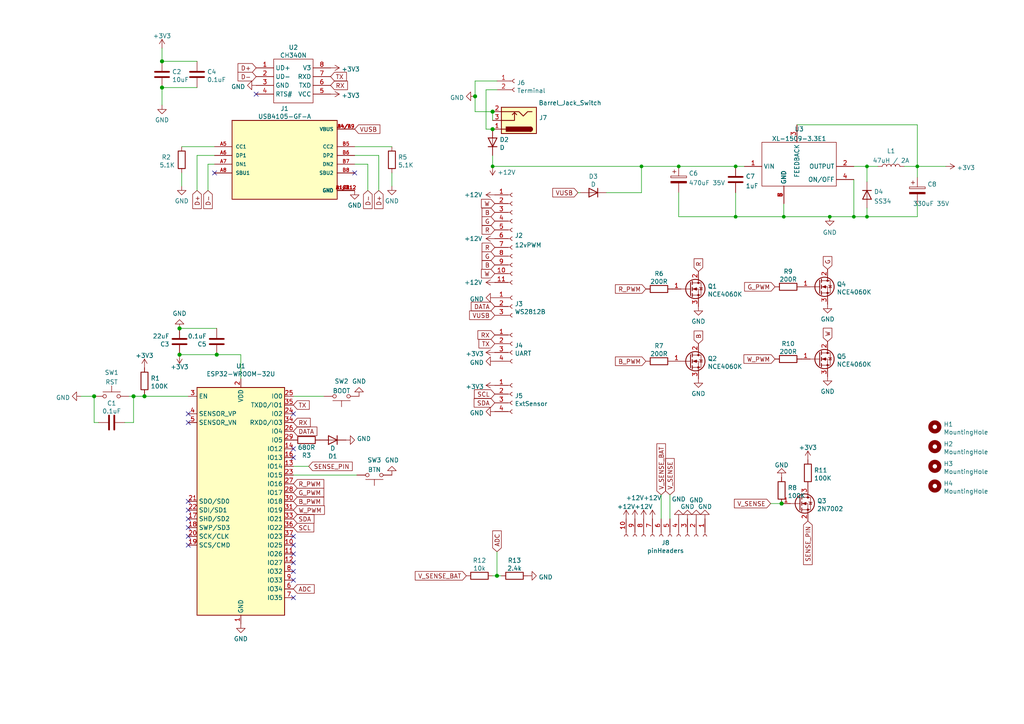
<source format=kicad_sch>
(kicad_sch (version 20211123) (generator eeschema)
  (paper "A4")
  (lib_symbols
    (symbol "Connector:Barrel_Jack_Switch" (pin_names hide)
      (property "Reference" "J" (at 0 5.334 0))
      (property "Value" "Barrel_Jack_Switch" (at 0 -5.08 0))
      (symbol "Barrel_Jack_Switch_1_1"
        (pin passive line (at 7.62 2.54 180) (length 2.54) (name "~") (number "1"))
        (pin passive line (at 7.62 -2.54 180) (length 2.54) (name "~") (number "2"))
        (pin passive line (at 7.62 0 180) (length 2.54) (name "~") (number "3"))
      )
    )
    (symbol "Connector:Conn_01x02_Female" (pin_names (offset 1.016) hide)
      (property "Reference" "J" (at 0 2.54 0))
      (property "Value" "Conn_01x02_Female" (at 0 -5.08 0))
      (symbol "Conn_01x02_Female_1_1"
        (pin passive line (at -5.08 0 0) (length 3.81) (name "Pin_1") (number "1"))
        (pin passive line (at -5.08 -2.54 0) (length 3.81) (name "Pin_2") (number "2"))
      )
    )
    (symbol "Connector:Conn_01x03_Female" (pin_names (offset 1.016) hide)
      (property "Reference" "J" (at 0 5.08 0))
      (property "Value" "Conn_01x03_Female" (at 0 -5.08 0))
      (symbol "Conn_01x03_Female_1_1"
        (pin passive line (at -5.08 2.54 0) (length 3.81) (name "Pin_1") (number "1"))
        (pin passive line (at -5.08 0 0) (length 3.81) (name "Pin_2") (number "2"))
        (pin passive line (at -5.08 -2.54 0) (length 3.81) (name "Pin_3") (number "3"))
      )
    )
    (symbol "Connector:Conn_01x04_Female" (pin_names (offset 1.016) hide)
      (property "Reference" "J" (at 0 5.08 0))
      (property "Value" "Conn_01x04_Female" (at 0 -7.62 0))
      (symbol "Conn_01x04_Female_1_1"
        (pin passive line (at -5.08 2.54 0) (length 3.81) (name "Pin_1") (number "1"))
        (pin passive line (at -5.08 0 0) (length 3.81) (name "Pin_2") (number "2"))
        (pin passive line (at -5.08 -2.54 0) (length 3.81) (name "Pin_3") (number "3"))
        (pin passive line (at -5.08 -5.08 0) (length 3.81) (name "Pin_4") (number "4"))
      )
    )
    (symbol "Connector:Conn_01x10_Female" (pin_names (offset 1.016) hide)
      (property "Reference" "J" (at 0 12.7 0))
      (property "Value" "Conn_01x10_Female" (at 0 -15.24 0))
      (symbol "Conn_01x10_Female_1_1"
        (pin passive line (at -5.08 10.16 0) (length 3.81) (name "Pin_1") (number "1"))
        (pin passive line (at -5.08 -12.7 0) (length 3.81) (name "Pin_10") (number "10"))
        (pin passive line (at -5.08 7.62 0) (length 3.81) (name "Pin_2") (number "2"))
        (pin passive line (at -5.08 5.08 0) (length 3.81) (name "Pin_3") (number "3"))
        (pin passive line (at -5.08 2.54 0) (length 3.81) (name "Pin_4") (number "4"))
        (pin passive line (at -5.08 0 0) (length 3.81) (name "Pin_5") (number "5"))
        (pin passive line (at -5.08 -2.54 0) (length 3.81) (name "Pin_6") (number "6"))
        (pin passive line (at -5.08 -5.08 0) (length 3.81) (name "Pin_7") (number "7"))
        (pin passive line (at -5.08 -7.62 0) (length 3.81) (name "Pin_8") (number "8"))
        (pin passive line (at -5.08 -10.16 0) (length 3.81) (name "Pin_9") (number "9"))
      )
    )
    (symbol "Connector:Conn_01x11_Female" (pin_names (offset 1.016) hide)
      (property "Reference" "J" (at 0 15.24 0))
      (property "Value" "Conn_01x11_Female" (at 0 -15.24 0))
      (symbol "Conn_01x11_Female_1_1"
        (pin passive line (at -5.08 12.7 0) (length 3.81) (name "Pin_1") (number "1"))
        (pin passive line (at -5.08 -10.16 0) (length 3.81) (name "Pin_10") (number "10"))
        (pin passive line (at -5.08 -12.7 0) (length 3.81) (name "Pin_11") (number "11"))
        (pin passive line (at -5.08 10.16 0) (length 3.81) (name "Pin_2") (number "2"))
        (pin passive line (at -5.08 7.62 0) (length 3.81) (name "Pin_3") (number "3"))
        (pin passive line (at -5.08 5.08 0) (length 3.81) (name "Pin_4") (number "4"))
        (pin passive line (at -5.08 2.54 0) (length 3.81) (name "Pin_5") (number "5"))
        (pin passive line (at -5.08 0 0) (length 3.81) (name "Pin_6") (number "6"))
        (pin passive line (at -5.08 -2.54 0) (length 3.81) (name "Pin_7") (number "7"))
        (pin passive line (at -5.08 -5.08 0) (length 3.81) (name "Pin_8") (number "8"))
        (pin passive line (at -5.08 -7.62 0) (length 3.81) (name "Pin_9") (number "9"))
      )
    )
    (symbol "Device:C" (pin_numbers hide) (pin_names (offset 0.254))
      (property "Reference" "C" (at 0.635 2.54 0))
      (property "Value" "C" (at 0.635 -2.54 0))
      (symbol "C_1_1"
        (pin passive line (at 0 3.81 270) (length 2.794) (name "~") (number "1"))
        (pin passive line (at 0 -3.81 90) (length 2.794) (name "~") (number "2"))
      )
    )
    (symbol "Device:C_Polarized" (pin_numbers hide) (pin_names (offset 0.254))
      (property "Reference" "C" (at 0.635 2.54 0))
      (property "Value" "C_Polarized" (at 0.635 -2.54 0))
      (symbol "C_Polarized_1_1"
        (pin passive line (at 0 3.81 270) (length 2.794) (name "~") (number "1"))
        (pin passive line (at 0 -3.81 90) (length 2.794) (name "~") (number "2"))
      )
    )
    (symbol "Device:D" (pin_numbers hide) (pin_names (offset 1.016) hide)
      (property "Reference" "D" (at 0 2.54 0))
      (property "Value" "D" (at 0 -2.54 0))
      (symbol "D_1_1"
        (pin passive line (at -3.81 0 0) (length 2.54) (name "K") (number "1"))
        (pin passive line (at 3.81 0 180) (length 2.54) (name "A") (number "2"))
      )
    )
    (symbol "Device:L" (pin_numbers hide) (pin_names (offset 1.016) hide)
      (property "Reference" "L" (at -1.27 0 90))
      (property "Value" "L" (at 1.905 0 90))
      (symbol "L_1_1"
        (pin passive line (at 0 3.81 270) (length 1.27) (name "1") (number "1"))
        (pin passive line (at 0 -3.81 90) (length 1.27) (name "2") (number "2"))
      )
    )
    (symbol "Device:Q_NMOS_GDS" (pin_names (offset 0) hide)
      (property "Reference" "Q" (at 5.08 1.27 0))
      (property "Value" "Q_NMOS_GDS" (at 5.08 -1.27 0))
      (symbol "Q_NMOS_GDS_1_1"
        (pin input line (at -5.08 0 0) (length 2.54) (name "G") (number "1"))
        (pin passive line (at 2.54 5.08 270) (length 2.54) (name "D") (number "2"))
        (pin passive line (at 2.54 -5.08 90) (length 2.54) (name "S") (number "3"))
      )
    )
    (symbol "Device:Q_NMOS_GSD" (pin_names (offset 0) hide)
      (property "Reference" "Q" (at 5.08 1.27 0))
      (property "Value" "Q_NMOS_GSD" (at 5.08 -1.27 0))
      (symbol "Q_NMOS_GSD_1_1"
        (pin input line (at -5.08 0 0) (length 2.54) (name "G") (number "1"))
        (pin passive line (at 2.54 -5.08 90) (length 2.54) (name "S") (number "2"))
        (pin passive line (at 2.54 5.08 270) (length 2.54) (name "D") (number "3"))
      )
    )
    (symbol "Device:R" (pin_numbers hide) (pin_names (offset 0))
      (property "Reference" "R" (at 2.032 0 90))
      (property "Value" "R" (at 0 0 90))
      (symbol "R_1_1"
        (pin passive line (at 0 3.81 270) (length 1.27) (name "~") (number "1"))
        (pin passive line (at 0 -3.81 90) (length 1.27) (name "~") (number "2"))
      )
    )
    (symbol "Interface_USB:CH340N"
      (property "Reference" "U" (at 0 3.81 0))
      (property "Value" "CH340N" (at 0 1.27 0))
      (symbol "CH340N_1_1"
        (pin input line (at -11.43 -2.54 0) (length 5.08) (name "UD+") (number "1"))
        (pin input line (at -11.43 -5.08 0) (length 5.08) (name "UD-") (number "2"))
        (pin input line (at -11.43 -7.62 0) (length 5.08) (name "GND") (number "3"))
        (pin input line (at -11.43 -10.16 0) (length 5.08) (name "RTS#") (number "4"))
        (pin input line (at 10.16 -10.16 180) (length 5.08) (name "VCC") (number "5"))
        (pin input line (at 10.16 -7.62 180) (length 5.08) (name "TXD") (number "6"))
        (pin input line (at 10.16 -5.08 180) (length 5.08) (name "RXD") (number "7"))
        (pin input line (at 10.16 -2.54 180) (length 5.08) (name "V3") (number "8"))
      )
    )
    (symbol "Mechanical:MountingHole" (pin_names (offset 1.016))
      (property "Reference" "H" (at 0 5.08 0))
      (property "Value" "MountingHole" (at 0 3.175 0))
    )
    (symbol "RF_Module:ESP32-WROOM-32U"
      (property "Reference" "U" (at -12.7 34.29 0))
      (property "Value" "ESP32-WROOM-32U" (at 1.27 34.29 0))
      (symbol "ESP32-WROOM-32U_1_1"
        (pin power_in line (at 0 -35.56 90) (length 2.54) (name "GND") (number "1"))
        (pin bidirectional line (at 15.24 -12.7 180) (length 2.54) (name "IO25") (number "10"))
        (pin bidirectional line (at 15.24 -15.24 180) (length 2.54) (name "IO26") (number "11"))
        (pin bidirectional line (at 15.24 -17.78 180) (length 2.54) (name "IO27") (number "12"))
        (pin bidirectional line (at 15.24 10.16 180) (length 2.54) (name "IO14") (number "13"))
        (pin bidirectional line (at 15.24 15.24 180) (length 2.54) (name "IO12") (number "14"))
        (pin passive line (at 0 -35.56 90) (length 2.54) hide (name "GND") (number "15"))
        (pin bidirectional line (at 15.24 12.7 180) (length 2.54) (name "IO13") (number "16"))
        (pin bidirectional line (at -15.24 -5.08 0) (length 2.54) (name "SHD/SD2") (number "17"))
        (pin bidirectional line (at -15.24 -7.62 0) (length 2.54) (name "SWP/SD3") (number "18"))
        (pin bidirectional line (at -15.24 -12.7 0) (length 2.54) (name "SCS/CMD") (number "19"))
        (pin power_in line (at 0 35.56 270) (length 2.54) (name "VDD") (number "2"))
        (pin bidirectional line (at -15.24 -10.16 0) (length 2.54) (name "SCK/CLK") (number "20"))
        (pin bidirectional line (at -15.24 0 0) (length 2.54) (name "SDO/SD0") (number "21"))
        (pin bidirectional line (at -15.24 -2.54 0) (length 2.54) (name "SDI/SD1") (number "22"))
        (pin bidirectional line (at 15.24 7.62 180) (length 2.54) (name "IO15") (number "23"))
        (pin bidirectional line (at 15.24 25.4 180) (length 2.54) (name "IO2") (number "24"))
        (pin bidirectional line (at 15.24 30.48 180) (length 2.54) (name "IO0") (number "25"))
        (pin bidirectional line (at 15.24 20.32 180) (length 2.54) (name "IO4") (number "26"))
        (pin bidirectional line (at 15.24 5.08 180) (length 2.54) (name "IO16") (number "27"))
        (pin bidirectional line (at 15.24 2.54 180) (length 2.54) (name "IO17") (number "28"))
        (pin bidirectional line (at 15.24 17.78 180) (length 2.54) (name "IO5") (number "29"))
        (pin input line (at -15.24 30.48 0) (length 2.54) (name "EN") (number "3"))
        (pin bidirectional line (at 15.24 0 180) (length 2.54) (name "IO18") (number "30"))
        (pin bidirectional line (at 15.24 -2.54 180) (length 2.54) (name "IO19") (number "31"))
        (pin no_connect line (at -12.7 -27.94 0) (length 2.54) hide (name "NC") (number "32"))
        (pin bidirectional line (at 15.24 -5.08 180) (length 2.54) (name "IO21") (number "33"))
        (pin bidirectional line (at 15.24 22.86 180) (length 2.54) (name "RXD0/IO3") (number "34"))
        (pin bidirectional line (at 15.24 27.94 180) (length 2.54) (name "TXD0/IO1") (number "35"))
        (pin bidirectional line (at 15.24 -7.62 180) (length 2.54) (name "IO22") (number "36"))
        (pin bidirectional line (at 15.24 -10.16 180) (length 2.54) (name "IO23") (number "37"))
        (pin passive line (at 0 -35.56 90) (length 2.54) hide (name "GND") (number "38"))
        (pin passive line (at 0 -35.56 90) (length 2.54) hide (name "GND") (number "39"))
        (pin input line (at -15.24 25.4 0) (length 2.54) (name "SENSOR_VP") (number "4"))
        (pin input line (at -15.24 22.86 0) (length 2.54) (name "SENSOR_VN") (number "5"))
        (pin input line (at 15.24 -25.4 180) (length 2.54) (name "IO34") (number "6"))
        (pin input line (at 15.24 -27.94 180) (length 2.54) (name "IO35") (number "7"))
        (pin bidirectional line (at 15.24 -20.32 180) (length 2.54) (name "IO32") (number "8"))
        (pin bidirectional line (at 15.24 -22.86 180) (length 2.54) (name "IO33") (number "9"))
      )
    )
    (symbol "Regulator_Switching:XL-1509-3.3E1"
      (property "Reference" "U" (at 0 0 0))
      (property "Value" "XL-1509-3.3E1" (at 9.525 0 0))
      (symbol "XL-1509-3.3E1_1_1"
        (pin input line (at -13.97 -3.81 0) (length 5.08) (name "VIN") (number "1"))
        (pin output line (at 17.78 -3.81 180) (length 5.08) (name "OUTPUT") (number "2"))
        (pin input line (at 1.27 8.255 270) (length 5.08) (name "FEEDBACK") (number "3"))
        (pin input line (at 17.78 -7.62 180) (length 5.08) (name "ON/OFF") (number "4"))
        (pin bidirectional line (at -2.54 -14.605 90) (length 5.08) (name "GND") (number "5"))
        (pin bidirectional line (at -2.54 -14.605 90) (length 5.08) (name "GND") (number "6"))
        (pin bidirectional line (at -2.54 -14.605 90) (length 5.08) (name "GND") (number "7"))
        (pin bidirectional line (at -2.54 -14.605 90) (length 5.08) (name "GND") (number "8"))
      )
    )
    (symbol "Switch:SW_Push" (pin_numbers hide) (pin_names (offset 1.016) hide)
      (property "Reference" "SW" (at 1.27 2.54 0))
      (property "Value" "SW_Push" (at 0 -1.524 0))
      (symbol "SW_Push_0_1"
        (pin passive line (at -5.08 0 0) (length 2.54) (name "1") (number "1"))
        (pin passive line (at 5.08 0 180) (length 2.54) (name "2") (number "2"))
      )
    )
    (symbol "USB4105-GF-A:USB4105-GF-A" (pin_names (offset 1.016))
      (property "Reference" "J" (at -15.24 13.97 0))
      (property "Value" "USB4105-GF-A" (at -15.24 -12.7 0))
      (symbol "USB4105-GF-A_0_0"
        (pin power_in line (at 20.32 -7.62 180) (length 5.08) (name "GND") (number "A1/B12"))
        (pin power_in line (at 20.32 10.16 180) (length 5.08) (name "VBUS") (number "A4/B9"))
        (pin bidirectional line (at -20.32 5.08 0) (length 5.08) (name "CC1") (number "A5"))
        (pin bidirectional line (at -20.32 2.54 0) (length 5.08) (name "DP1") (number "A6"))
        (pin bidirectional line (at -20.32 0 0) (length 5.08) (name "DN1") (number "A7"))
        (pin bidirectional line (at -20.32 -2.54 0) (length 5.08) (name "SBU1") (number "A8"))
        (pin power_in line (at 20.32 -7.62 180) (length 5.08) (name "GND") (number "B1/A12"))
        (pin power_in line (at 20.32 10.16 180) (length 5.08) (name "VBUS") (number "B4/A9"))
        (pin bidirectional line (at 20.32 5.08 180) (length 5.08) (name "CC2") (number "B5"))
        (pin bidirectional line (at 20.32 2.54 180) (length 5.08) (name "DP2") (number "B6"))
        (pin bidirectional line (at 20.32 0 180) (length 5.08) (name "DN2") (number "B7"))
        (pin bidirectional line (at 20.32 -2.54 180) (length 5.08) (name "SBU2") (number "B8"))
        (pin power_in line (at 20.32 -7.62 180) (length 5.08) (name "GND") (number "G1"))
        (pin power_in line (at 20.32 -7.62 180) (length 5.08) (name "GND") (number "G2"))
        (pin power_in line (at 20.32 -7.62 180) (length 5.08) (name "GND") (number "G3"))
        (pin power_in line (at 20.32 -7.62 180) (length 5.08) (name "GND") (number "G4"))
      )
    )
    (symbol "power:+12V" (power) (pin_names (offset 0))
      (property "Value" "+12V" (at 0 3.556 0))
      (symbol "+12V_1_1"
        (pin power_in line (at 0 0 90) (length 0) hide (name "+12V") (number "1"))
      )
    )
    (symbol "power:+3.3V" (power) (pin_names (offset 0))
      (property "Value" "+3.3V" (at 0 3.556 0))
      (symbol "+3.3V_1_1"
        (pin power_in line (at 0 0 90) (length 0) hide (name "+3V3") (number "1"))
      )
    )
    (symbol "power:GND" (power) (pin_names (offset 0))
      (property "Value" "GND" (at 0 -3.81 0))
      (symbol "GND_1_1"
        (pin power_in line (at 0 0 270) (length 0) hide (name "GND") (number "1"))
      )
    )
  )
  (junction (at 27.305 114.935) (diameter 1.016))
  (junction (at 41.91 114.935) (diameter 1.016))
  (junction (at 52.07 102.87) (diameter 1.016))
  (junction (at 266.065 48.26))
  (junction (at 196.85 48.26))
  (junction (at 213.36 62.865))
  (junction (at 251.46 48.26))
  (junction (at 186.055 48.26))
  (junction (at 137.795 27.94) (diameter 1.016))
  (junction (at 38.735 114.935) (diameter 1.016))
  (junction (at 52.07 95.25) (diameter 1.016))
  (junction (at 213.36 48.26))
  (junction (at 46.99 25.4) (diameter 1.016))
  (junction (at 46.99 17.78) (diameter 1.016))
  (junction (at 142.875 37.465) (diameter 1.016))
  (junction (at 142.875 48.26))
  (junction (at 226.695 146.05) (diameter 1.016))
  (junction (at 247.65 62.865))
  (junction (at 251.46 62.865))
  (junction (at 227.33 62.865))
  (junction (at 62.865 102.87) (diameter 1.016))
  (junction (at 240.665 62.865))
  (junction (at 144.145 167.005) (diameter 1.016))
  (junction (at 142.875 32.385) (diameter 1.016))
  (no_connect (at 102.87 50.165))
  (no_connect (at 85.09 165.735))
  (no_connect (at 62.23 50.165))
  (no_connect (at 85.09 155.575))
  (no_connect (at 74.295 27.305))
  (no_connect (at 85.09 120.015))
  (no_connect (at 85.09 132.715))
  (no_connect (at 85.09 158.115))
  (no_connect (at 85.09 160.655))
  (no_connect (at 85.09 163.195))
  (no_connect (at 85.09 168.275))
  (no_connect (at 85.09 173.355))
  (no_connect (at 85.09 130.175))
  (no_connect (at 54.61 120.015))
  (no_connect (at 54.61 122.555))
  (no_connect (at 54.61 145.415))
  (no_connect (at 54.61 147.955))
  (no_connect (at 54.61 150.495))
  (no_connect (at 54.61 153.035))
  (no_connect (at 54.61 155.575))
  (no_connect (at 54.61 158.115))
  (wire (pts (xy 37.465 114.935) (xy 38.735 114.935)))
  (wire (pts (xy 227.33 59.055) (xy 227.33 62.865)))
  (wire (pts (xy 27.305 122.555) (xy 28.575 122.555)))
  (wire (pts (xy 231.14 36.195) (xy 266.065 36.195)))
  (wire (pts (xy 144.145 160.02) (xy 144.145 167.005)))
  (wire (pts (xy 106.68 47.625) (xy 106.68 55.245)))
  (wire (pts (xy 46.99 25.4) (xy 57.15 25.4)))
  (wire (pts (xy 137.795 23.495) (xy 137.795 27.94)))
  (wire (pts (xy 175.895 55.88) (xy 186.055 55.88)))
  (wire (pts (xy 60.325 55.245) (xy 60.325 47.625)))
  (wire (pts (xy 142.875 32.385) (xy 142.875 34.925)))
  (wire (pts (xy 52.705 42.545) (xy 62.23 42.545)))
  (wire (pts (xy 262.255 48.26) (xy 266.065 48.26)))
  (wire (pts (xy 38.735 122.555) (xy 38.735 114.935)))
  (wire (pts (xy 102.87 45.085) (xy 109.855 45.085)))
  (wire (pts (xy 251.46 48.26) (xy 251.46 52.705)))
  (wire (pts (xy 137.795 23.495) (xy 144.145 23.495)))
  (wire (pts (xy 186.055 48.26) (xy 196.85 48.26)))
  (wire (pts (xy 62.865 102.87) (xy 52.07 102.87)))
  (wire (pts (xy 227.33 62.865) (xy 240.665 62.865)))
  (wire (pts (xy 213.36 55.88) (xy 213.36 62.865)))
  (wire (pts (xy 113.665 50.165) (xy 113.665 53.975)))
  (wire (pts (xy 266.065 62.865) (xy 266.065 59.055)))
  (wire (pts (xy 140.97 26.035) (xy 140.97 37.465)))
  (wire (pts (xy 46.99 25.4) (xy 46.99 30.48)))
  (wire (pts (xy 52.705 50.165) (xy 52.705 53.975)))
  (wire (pts (xy 41.91 114.3) (xy 41.91 114.935)))
  (wire (pts (xy 85.09 135.255) (xy 89.535 135.255)))
  (wire (pts (xy 85.09 137.795) (xy 103.505 137.795)))
  (wire (pts (xy 251.46 48.26) (xy 254.635 48.26)))
  (wire (pts (xy 62.23 45.085) (xy 57.15 45.085)))
  (wire (pts (xy 213.36 62.865) (xy 227.33 62.865)))
  (wire (pts (xy 41.91 114.935) (xy 54.61 114.935)))
  (wire (pts (xy 23.495 114.935) (xy 27.305 114.935)))
  (wire (pts (xy 137.795 32.385) (xy 142.875 32.385)))
  (wire (pts (xy 46.99 13.97) (xy 46.99 17.78)))
  (wire (pts (xy 60.325 47.625) (xy 62.23 47.625)))
  (wire (pts (xy 109.855 45.085) (xy 109.855 55.245)))
  (wire (pts (xy 102.87 42.545) (xy 113.665 42.545)))
  (wire (pts (xy 27.305 114.935) (xy 27.305 122.555)))
  (wire (pts (xy 194.31 143.51) (xy 194.31 150.495)))
  (wire (pts (xy 142.875 48.26) (xy 186.055 48.26)))
  (wire (pts (xy 191.77 143.51) (xy 191.77 150.495)))
  (wire (pts (xy 36.195 122.555) (xy 38.735 122.555)))
  (wire (pts (xy 142.875 45.085) (xy 142.875 48.26)))
  (wire (pts (xy 137.795 27.94) (xy 137.795 32.385)))
  (wire (pts (xy 196.85 55.88) (xy 196.85 62.865)))
  (wire (pts (xy 69.85 102.87) (xy 69.85 109.855)))
  (wire (pts (xy 223.52 146.05) (xy 226.695 146.05)))
  (wire (pts (xy 62.865 95.25) (xy 52.07 95.25)))
  (wire (pts (xy 69.85 102.87) (xy 62.865 102.87)))
  (wire (pts (xy 85.09 114.935) (xy 93.98 114.935)))
  (wire (pts (xy 213.36 48.26) (xy 215.9 48.26)))
  (wire (pts (xy 102.87 47.625) (xy 106.68 47.625)))
  (wire (pts (xy 38.735 114.935) (xy 41.91 114.935)))
  (wire (pts (xy 196.85 48.26) (xy 213.36 48.26)))
  (wire (pts (xy 140.97 26.035) (xy 144.145 26.035)))
  (wire (pts (xy 142.875 167.005) (xy 144.145 167.005)))
  (wire (pts (xy 144.145 167.005) (xy 145.415 167.005)))
  (wire (pts (xy 46.99 17.78) (xy 57.15 17.78)))
  (wire (pts (xy 196.85 62.865) (xy 213.36 62.865)))
  (wire (pts (xy 266.065 48.26) (xy 266.065 51.435)))
  (wire (pts (xy 251.46 62.865) (xy 266.065 62.865)))
  (wire (pts (xy 247.65 62.865) (xy 251.46 62.865)))
  (wire (pts (xy 186.055 55.88) (xy 186.055 48.26)))
  (wire (pts (xy 140.97 37.465) (xy 142.875 37.465)))
  (wire (pts (xy 167.64 55.88) (xy 168.275 55.88)))
  (wire (pts (xy 240.665 62.865) (xy 247.65 62.865)))
  (wire (pts (xy 247.65 48.26) (xy 251.46 48.26)))
  (wire (pts (xy 266.065 36.195) (xy 266.065 48.26)))
  (wire (pts (xy 251.46 62.865) (xy 251.46 60.325)))
  (wire (pts (xy 247.65 52.07) (xy 247.65 62.865)))
  (wire (pts (xy 266.065 48.26) (xy 274.32 48.26)))
  (wire (pts (xy 57.15 45.085) (xy 57.15 55.245)))
  (global_label "D-" (shape input) (at 74.295 22.225 180) (property "Intersheet References" "${INTERSHEET_REFS}" (effects hide)))
  (global_label "SENSE_PIN" (shape input) (at 234.315 151.13 270) (property "Intersheet References" "${INTERSHEET_REFS}" (effects hide)))
  (global_label "B" (shape input) (at 143.51 61.595 180) (property "Intersheet References" "${INTERSHEET_REFS}" (effects hide)))
  (global_label "W" (shape input) (at 240.03 99.06 90) (property "Intersheet References" "${INTERSHEET_REFS}" (effects hide)))
  (global_label "D+" (shape input) (at 74.295 19.685 180) (property "Intersheet References" "${INTERSHEET_REFS}" (effects hide)))
  (global_label "SDA" (shape input) (at 143.51 116.84 180) (property "Intersheet References" "${INTERSHEET_REFS}" (effects hide)))
  (global_label "B" (shape input) (at 202.565 99.695 90) (property "Intersheet References" "${INTERSHEET_REFS}" (effects hide)))
  (global_label "G" (shape input) (at 143.51 74.295 180) (property "Intersheet References" "${INTERSHEET_REFS}" (effects hide)))
  (global_label "W" (shape input) (at 143.51 59.055 180) (property "Intersheet References" "${INTERSHEET_REFS}" (effects hide)))
  (global_label "DATA" (shape input) (at 143.51 88.9 180) (property "Intersheet References" "${INTERSHEET_REFS}" (effects hide)))
  (global_label "G_PWM" (shape input) (at 224.79 83.185 180) (property "Intersheet References" "${INTERSHEET_REFS}" (effects hide)))
  (global_label "D+" (shape input) (at 57.15 55.245 270) (property "Intersheet References" "${INTERSHEET_REFS}" (effects hide)))
  (global_label "W" (shape input) (at 143.51 79.375 180) (property "Intersheet References" "${INTERSHEET_REFS}" (effects hide)))
  (global_label "SDA" (shape input) (at 85.09 150.495 0) (property "Intersheet References" "${INTERSHEET_REFS}" (effects hide)))
  (global_label "TX" (shape input) (at 95.885 22.225 0) (property "Intersheet References" "${INTERSHEET_REFS}" (effects hide)))
  (global_label "VUSB" (shape input) (at 102.87 37.465 0) (property "Intersheet References" "${INTERSHEET_REFS}" (effects hide)))
  (global_label "V_SENSE" (shape input) (at 223.52 146.05 180) (property "Intersheet References" "${INTERSHEET_REFS}" (effects hide)))
  (global_label "R" (shape input) (at 143.51 66.675 180) (property "Intersheet References" "${INTERSHEET_REFS}" (effects hide)))
  (global_label "B_PWM" (shape input) (at 187.325 104.775 180) (property "Intersheet References" "${INTERSHEET_REFS}" (effects hide)))
  (global_label "G" (shape input) (at 240.03 78.105 90) (property "Intersheet References" "${INTERSHEET_REFS}" (effects hide)))
  (global_label "D+" (shape input) (at 109.855 55.245 270) (property "Intersheet References" "${INTERSHEET_REFS}" (effects hide)))
  (global_label "V_SENSE_BAT" (shape input) (at 191.77 143.51 90) (property "Intersheet References" "${INTERSHEET_REFS}" (effects hide)))
  (global_label "DATA" (shape input) (at 85.09 125.095 0) (property "Intersheet References" "${INTERSHEET_REFS}" (effects hide)))
  (global_label "VUSB" (shape input) (at 167.64 55.88 180) (property "Intersheet References" "${INTERSHEET_REFS}" (effects hide)))
  (global_label "R" (shape input) (at 202.565 78.74 90) (property "Intersheet References" "${INTERSHEET_REFS}" (effects hide)))
  (global_label "ADC" (shape input) (at 85.09 170.815 0) (property "Intersheet References" "${INTERSHEET_REFS}" (effects hide)))
  (global_label "W_PWM" (shape input) (at 224.79 104.14 180) (property "Intersheet References" "${INTERSHEET_REFS}" (effects hide)))
  (global_label "SENSE_PIN" (shape input) (at 89.535 135.255 0) (property "Intersheet References" "${INTERSHEET_REFS}" (effects hide)))
  (global_label "V_SENSE" (shape input) (at 194.31 143.51 90) (property "Intersheet References" "${INTERSHEET_REFS}" (effects hide)))
  (global_label "D-" (shape input) (at 106.68 55.245 270) (property "Intersheet References" "${INTERSHEET_REFS}" (effects hide)))
  (global_label "R_PWM" (shape input) (at 85.09 140.335 0) (property "Intersheet References" "${INTERSHEET_REFS}" (effects hide)))
  (global_label "ADC" (shape input) (at 144.145 160.02 90) (property "Intersheet References" "${INTERSHEET_REFS}" (effects hide)))
  (global_label "G_PWM" (shape input) (at 85.09 142.875 0) (property "Intersheet References" "${INTERSHEET_REFS}" (effects hide)))
  (global_label "RX" (shape input) (at 143.51 97.155 180) (property "Intersheet References" "${INTERSHEET_REFS}" (effects hide)))
  (global_label "RX" (shape input) (at 85.09 122.555 0) (property "Intersheet References" "${INTERSHEET_REFS}" (effects hide)))
  (global_label "SCL" (shape input) (at 143.51 114.3 180) (property "Intersheet References" "${INTERSHEET_REFS}" (effects hide)))
  (global_label "RX" (shape input) (at 95.885 24.765 0) (property "Intersheet References" "${INTERSHEET_REFS}" (effects hide)))
  (global_label "B" (shape input) (at 143.51 76.835 180) (property "Intersheet References" "${INTERSHEET_REFS}" (effects hide)))
  (global_label "TX" (shape input) (at 85.09 117.475 0) (property "Intersheet References" "${INTERSHEET_REFS}" (effects hide)))
  (global_label "SCL" (shape input) (at 85.09 153.035 0) (property "Intersheet References" "${INTERSHEET_REFS}" (effects hide)))
  (global_label "B_PWM" (shape input) (at 85.09 145.415 0) (property "Intersheet References" "${INTERSHEET_REFS}" (effects hide)))
  (global_label "VUSB" (shape input) (at 143.51 91.44 180) (property "Intersheet References" "${INTERSHEET_REFS}" (effects hide)))
  (global_label "R" (shape input) (at 143.51 71.755 180) (property "Intersheet References" "${INTERSHEET_REFS}" (effects hide)))
  (global_label "TX" (shape input) (at 143.51 99.695 180) (property "Intersheet References" "${INTERSHEET_REFS}" (effects hide)))
  (global_label "W_PWM" (shape input) (at 85.09 147.955 0) (property "Intersheet References" "${INTERSHEET_REFS}" (effects hide)))
  (global_label "D-" (shape input) (at 60.325 55.245 270) (property "Intersheet References" "${INTERSHEET_REFS}" (effects hide)))
  (global_label "V_SENSE_BAT" (shape input) (at 135.255 167.005 180) (property "Intersheet References" "${INTERSHEET_REFS}" (effects hide)))
  (global_label "R_PWM" (shape input) (at 187.325 83.82 180) (property "Intersheet References" "${INTERSHEET_REFS}" (effects hide)))
  (global_label "G" (shape input) (at 143.51 64.135 180) (property "Intersheet References" "${INTERSHEET_REFS}" (effects hide)))
  (symbol (lib_id "power:GND") (at 52.07 95.25 180) (unit 1)
    (property "Reference" "#PWR0130" (effects hide))
    (property "Value" "GND" (at 52.07 90.9256 0))
  )
  (symbol (lib_id "Switch:SW_Push") (at 99.06 114.935 180) (unit 1)
    (property "Reference" "SW2" (at 99.06 110.5875 0))
    (property "Value" "BOOT" (at 99.06 113.3626 0))
    (property "Footprint" "Switches:TACTILE_SWITCH_SMD_6.0X3.5MM" (effects hide))
  )
  (symbol (lib_id "Mechanical:MountingHole") (at 271.145 123.825 0) (unit 1)
    (property "Reference" "H1" (at 273.6851 123.0641 0) (effects (justify left)))
    (property "Value" "MountingHole" (at 273.6851 125.3628 0) (effects (justify left)))
    (property "Footprint" "MountingHole:MountingHole_3mm_Pad" (effects hide))
  )
  (symbol (lib_id "Device:L") (at 258.445 48.26 90) (unit 1)
    (property "Reference" "L1" (at 258.445 43.7855 90))
    (property "Value" "47uH / 2A" (at 258.445 46.5606 90))
    (property "Footprint" "Inductor_SMD:L_12x12mm_H8mm" (effects hide))
    (property "JLCPCB" "C167265" (effects hide))
  )
  (symbol (lib_id "power:+3.3V") (at 274.32 48.26 270) (unit 1)
    (property "Reference" "#PWR0108" (effects hide))
    (property "Value" "+3.3V" (at 277.4951 48.6485 90) (effects (justify left)))
  )
  (symbol (lib_id "power:GND") (at 201.93 150.495 180) (unit 1)
    (property "Reference" "#PWR0140" (effects hide))
    (property "Value" "GND" (at 201.93 145.0426 0))
  )
  (symbol (lib_id "power:GND") (at 240.665 62.865 0) (unit 1)
    (property "Reference" "#PWR02" (effects hide))
    (property "Value" "GND" (at 240.665 67.4275 0))
  )
  (symbol (lib_id "Device:C") (at 62.865 99.06 180) (unit 1)
    (property "Reference" "C5" (at 59.9439 99.8209 0) (effects (justify left)))
    (property "Value" "0.1uF" (at 59.9439 97.5222 0) (effects (justify left)))
    (property "Footprint" "Capacitor_SMD:C_0402_1005Metric" (effects hide))
  )
  (symbol (lib_id "power:GND") (at 240.03 109.22 0) (unit 1)
    (property "Reference" "#PWR0121" (effects hide))
    (property "Value" "GND" (at 240.03 113.5444 0))
  )
  (symbol (lib_id "Switch:SW_Push") (at 32.385 114.935 0) (unit 1)
    (property "Reference" "SW1" (at 32.385 108.0475 0))
    (property "Value" "RST" (at 32.385 110.8226 0))
    (property "Footprint" "Switches:TACTILE_SWITCH_SMD_6.0X3.5MM" (effects hide))
  )
  (symbol (lib_id "Device:C") (at 57.15 21.59 0) (unit 1)
    (property "Reference" "C4" (at 60.0711 20.8291 0) (effects (justify left)))
    (property "Value" "0.1uF" (at 60.0711 23.1278 0) (effects (justify left)))
    (property "Footprint" "Capacitor_SMD:C_0402_1005Metric" (effects hide))
  )
  (symbol (lib_id "power:+12V") (at 181.61 150.495 0) (unit 1)
    (property "Reference" "#PWR0125" (effects hide))
    (property "Value" "+12V" (at 181.61 146.9476 0))
  )
  (symbol (lib_id "Device:Q_NMOS_GDS") (at 237.49 104.14 0) (unit 1)
    (property "Reference" "Q5" (at 242.6971 103.3791 0) (effects (justify left)))
    (property "Value" "NCE4060K" (at 242.6971 105.6778 0) (effects (justify left)))
    (property "Footprint" "Package_TO_SOT_SMD:TO-263-2" (effects hide))
  )
  (symbol (lib_id "power:+3.3V") (at 234.315 133.35 0) (unit 1)
    (property "Reference" "#PWR0118" (effects hide))
    (property "Value" "+3.3V" (at 234.315 129.8026 0))
  )
  (symbol (lib_id "power:GND") (at 199.39 150.495 180) (unit 1)
    (property "Reference" "#PWR0126" (effects hide))
    (property "Value" "GND" (at 199.39 146.9476 0))
  )
  (symbol (lib_id "power:+12V") (at 143.51 69.215 90) (unit 1)
    (property "Reference" "#PWR0144" (effects hide))
    (property "Value" "+12V" (at 134.62 69.215 90) (effects (justify right)))
  )
  (symbol (lib_id "power:GND") (at 102.87 55.245 0) (unit 1)
    (property "Reference" "#PWR0115" (effects hide))
    (property "Value" "GND" (at 102.87 59.5694 0))
  )
  (symbol (lib_id "Device:D") (at 172.085 55.88 180) (unit 1)
    (property "Reference" "D3" (at 172.085 51.1768 0))
    (property "Value" "D" (at 172.085 53.4755 0))
    (property "Footprint" "Diode_SMD:D_SMA" (effects hide))
    (property "JLCPCB" "C2480" (effects hide))
  )
  (symbol (lib_id "Device:R") (at 149.225 167.005 90) (unit 1)
    (property "Reference" "R13" (at 149.225 162.5558 90))
    (property "Value" "2.4k" (at 149.225 164.8545 90))
    (property "Footprint" "Resistor_SMD:R_0402_1005Metric" (effects hide))
  )
  (symbol (lib_id "power:GND") (at 143.51 104.775 270) (unit 1)
    (property "Reference" "#PWR0103" (effects hide))
    (property "Value" "GND" (at 140.335 105.1635 90) (effects (justify right)))
  )
  (symbol (lib_id "power:GND") (at 69.85 180.975 0) (unit 1)
    (property "Reference" "#PWR0138" (effects hide))
    (property "Value" "GND" (at 69.85 185.2994 0))
  )
  (symbol (lib_id "Connector:Conn_01x02_Female") (at 149.225 23.495 0) (unit 1)
    (property "Reference" "J6" (at 149.9363 24.0041 0) (effects (justify left)))
    (property "Value" "Terminal" (at 149.9363 26.3028 0) (effects (justify left)))
    (property "Footprint" "TerminalBlock:TerminalBlock_Altech_AK300-2_P5.00mm" (effects hide))
    (property "JLCPCB" " C8269" (effects hide))
  )
  (symbol (lib_id "Mechanical:MountingHole") (at 271.145 135.255 0) (unit 1)
    (property "Reference" "H3" (at 273.6851 134.4941 0) (effects (justify left)))
    (property "Value" "MountingHole" (at 273.6851 136.7928 0) (effects (justify left)))
    (property "Footprint" "MountingHole:MountingHole_3mm_Pad" (effects hide))
  )
  (symbol (lib_id "power:GND") (at 202.565 88.9 0) (unit 1)
    (property "Reference" "#PWR0117" (effects hide))
    (property "Value" "GND" (at 202.565 93.2244 0))
  )
  (symbol (lib_id "power:+12V") (at 143.51 81.915 90) (unit 1)
    (property "Reference" "#PWR0143" (effects hide))
    (property "Value" "+12V" (at 134.62 81.915 90) (effects (justify right)))
  )
  (symbol (lib_id "power:+3.3V") (at 143.51 102.235 90) (unit 1)
    (property "Reference" "#PWR0102" (effects hide))
    (property "Value" "+3.3V" (at 140.3349 102.6235 90) (effects (justify left)))
  )
  (symbol (lib_id "power:+3.3V") (at 41.91 106.68 0) (unit 1)
    (property "Reference" "#PWR0136" (effects hide))
    (property "Value" "+3.3V" (at 41.91 103.1326 0))
  )
  (symbol (lib_id "power:+12V") (at 142.875 48.26 180) (unit 1)
    (property "Reference" "#PWR0104" (effects hide))
    (property "Value" "+12V" (at 144.272 50.009 0) (effects (justify right)))
  )
  (symbol (lib_id "power:GND") (at 143.51 86.36 270) (unit 1)
    (property "Reference" "#PWR0101" (effects hide))
    (property "Value" "GND" (at 140.335 86.7485 90) (effects (justify right)))
  )
  (symbol (lib_id "Regulator_Switching:XL-1509-3.3E1") (at 229.87 44.45 0) (unit 1)
    (property "Reference" "U3" (at 231.775 37.4355 0))
    (property "Value" "XL-1509-3.3E1" (at 231.775 40.2106 0))
    (property "Footprint" "Package_SO:SOP-8_3.9x4.9mm_P1.27mm" (effects hide))
    (property "JLCPCB" "C74193" (effects hide))
  )
  (symbol (lib_id "power:+3.3V") (at 95.885 27.305 270) (unit 1)
    (property "Reference" "#PWR0109" (effects hide))
    (property "Value" "+3.3V" (at 99.0601 27.6935 90) (effects (justify left)))
  )
  (symbol (lib_id "power:+12V") (at 189.23 150.495 0) (unit 1)
    (property "Reference" "#PWR0124" (effects hide))
    (property "Value" "+12V" (at 189.23 144.4076 0))
  )
  (symbol (lib_id "power:GND") (at 46.99 30.48 0) (unit 1)
    (property "Reference" "#PWR0128" (effects hide))
    (property "Value" "GND" (at 46.99 34.8044 0))
  )
  (symbol (lib_id "Device:R") (at 226.695 142.24 0) (unit 1)
    (property "Reference" "R8" (at 228.4731 141.4791 0) (effects (justify left)))
    (property "Value" "100K" (at 228.4731 143.7778 0) (effects (justify left)))
    (property "Footprint" "Resistor_SMD:R_0402_1005Metric" (effects hide))
  )
  (symbol (lib_id "Device:C") (at 52.07 99.06 180) (unit 1)
    (property "Reference" "C3" (at 49.1489 99.8209 0) (effects (justify left)))
    (property "Value" "22uF" (at 49.1489 97.5222 0) (effects (justify left)))
    (property "Footprint" "Capacitor_SMD:C_0603_1608Metric" (effects hide))
  )
  (symbol (lib_id "power:+12V") (at 143.51 56.515 90) (unit 1)
    (property "Reference" "#PWR0142" (effects hide))
    (property "Value" "+12V" (at 134.62 56.515 90) (effects (justify right)))
  )
  (symbol (lib_id "Connector:Conn_01x10_Female") (at 194.31 155.575 270) (unit 1)
    (property "Reference" "J8" (at 193.04 157.4356 90))
    (property "Value" "pinHeaders" (at 193.04 159.7343 90))
    (property "Footprint" "Connector_PinHeader_2.54mm:PinHeader_1x10_P2.54mm_Vertical" (effects hide))
  )
  (symbol (lib_id "Device:C") (at 46.99 21.59 0) (unit 1)
    (property "Reference" "C2" (at 49.9111 20.8291 0) (effects (justify left)))
    (property "Value" "10uF" (at 49.9111 23.1278 0) (effects (justify left)))
    (property "Footprint" "Capacitor_SMD:C_0603_1608Metric" (effects hide))
  )
  (symbol (lib_id "power:GND") (at 204.47 150.495 180) (unit 1)
    (property "Reference" "#PWR0127" (effects hide))
    (property "Value" "GND" (at 204.47 146.9476 0))
  )
  (symbol (lib_id "Device:R") (at 41.91 110.49 0) (unit 1)
    (property "Reference" "R1" (at 43.6881 109.7291 0) (effects (justify left)))
    (property "Value" "100K" (at 43.6881 112.0278 0) (effects (justify left)))
    (property "Footprint" "Resistor_SMD:R_0402_1005Metric" (effects hide))
  )
  (symbol (lib_id "power:GND") (at 240.03 88.265 0) (unit 1)
    (property "Reference" "#PWR0120" (effects hide))
    (property "Value" "GND" (at 240.03 92.5894 0))
  )
  (symbol (lib_id "power:GND") (at 74.295 24.765 270) (unit 1)
    (property "Reference" "#PWR0132" (effects hide))
    (property "Value" "GND" (at 71.12 25.1535 90) (effects (justify right)))
  )
  (symbol (lib_id "Device:Q_NMOS_GDS") (at 200.025 104.775 0) (unit 1)
    (property "Reference" "Q2" (at 205.2321 104.0141 0) (effects (justify left)))
    (property "Value" "NCE4060K" (at 205.2321 106.3128 0) (effects (justify left)))
    (property "Footprint" "Package_TO_SOT_SMD:TO-263-2" (effects hide))
  )
  (symbol (lib_id "Connector:Conn_01x04_Female") (at 148.59 99.695 0) (unit 1)
    (property "Reference" "J4" (at 149.3013 100.2041 0) (effects (justify left)))
    (property "Value" "UART" (at 149.3013 102.5028 0) (effects (justify left)))
    (property "Footprint" "Connector_PinHeader_2.54mm:PinHeader_1x04_P2.54mm_Vertical" (effects hide))
  )
  (symbol (lib_id "power:+3.3V") (at 46.99 13.97 0) (unit 1)
    (property "Reference" "#PWR0131" (effects hide))
    (property "Value" "+3.3V" (at 46.99 10.4226 0))
  )
  (symbol (lib_id "power:GND") (at 143.51 119.38 270) (unit 1)
    (property "Reference" "#PWR0107" (effects hide))
    (property "Value" "GND" (at 140.335 119.7685 90) (effects (justify right)))
  )
  (symbol (lib_id "Mechanical:MountingHole") (at 271.145 129.54 0) (unit 1)
    (property "Reference" "H2" (at 273.6851 128.7791 0) (effects (justify left)))
    (property "Value" "MountingHole" (at 273.6851 131.0778 0) (effects (justify left)))
    (property "Footprint" "MountingHole:MountingHole_3mm_Pad" (effects hide))
  )
  (symbol (lib_id "power:GND") (at 137.795 27.94 270) (unit 1)
    (property "Reference" "#PWR0113" (effects hide))
    (property "Value" "GND" (at 134.62 28.3285 90) (effects (justify right)))
  )
  (symbol (lib_id "power:+3.3V") (at 52.07 102.87 180) (unit 1)
    (property "Reference" "#PWR0135" (effects hide))
    (property "Value" "+3.3V" (at 52.07 106.4174 0))
  )
  (symbol (lib_id "power:GND") (at 226.695 138.43 180) (unit 1)
    (property "Reference" "#PWR0119" (effects hide))
    (property "Value" "GND" (at 226.695 134.8826 0))
  )
  (symbol (lib_id "Device:C") (at 32.385 122.555 90) (unit 1)
    (property "Reference" "C1" (at 32.385 116.9628 90))
    (property "Value" "0.1uF" (at 32.385 119.2615 90))
    (property "Footprint" "Capacitor_SMD:C_0402_1005Metric" (effects hide))
  )
  (symbol (lib_id "Device:R") (at 191.135 104.775 90) (unit 1)
    (property "Reference" "R7" (at 191.135 100.3258 90))
    (property "Value" "200R" (at 191.135 102.6245 90))
    (property "Footprint" "Resistor_SMD:R_0402_1005Metric" (effects hide))
  )
  (symbol (lib_id "Device:R") (at 228.6 83.185 90) (unit 1)
    (property "Reference" "R9" (at 228.6 78.7358 90))
    (property "Value" "200R" (at 228.6 81.0345 90))
    (property "Footprint" "Resistor_SMD:R_0402_1005Metric" (effects hide))
  )
  (symbol (lib_id "power:GND") (at 104.14 114.935 180) (unit 1)
    (property "Reference" "#PWR0133" (effects hide))
    (property "Value" "GND" (at 104.14 110.6106 0))
  )
  (symbol (lib_id "Connector:Conn_01x04_Female") (at 148.59 114.3 0) (unit 1)
    (property "Reference" "J5" (at 149.3013 114.8091 0) (effects (justify left)))
    (property "Value" "ExtSensor" (at 149.3013 117.1078 0) (effects (justify left)))
    (property "Footprint" "Connector_PinHeader_2.54mm:PinHeader_1x04_P2.54mm_Vertical" (effects hide))
  )
  (symbol (lib_id "power:GND") (at 100.33 127.635 90) (unit 1)
    (property "Reference" "#PWR0134" (effects hide))
    (property "Value" "GND" (at 103.505 127.2465 90) (effects (justify right)))
  )
  (symbol (lib_id "power:GND") (at 153.035 167.005 90) (unit 1)
    (property "Reference" "#PWR0141" (effects hide))
    (property "Value" "GND" (at 156.2101 167.3935 90) (effects (justify right)))
  )
  (symbol (lib_id "Device:D") (at 142.875 41.275 90) (unit 1)
    (property "Reference" "D2" (at 144.9071 40.5141 90) (effects (justify right)))
    (property "Value" "D" (at 144.9071 42.8128 90) (effects (justify right)))
    (property "Footprint" "Diode_SMD:D_SMA" (effects hide))
    (property "JLCPCB" " C22452 " (effects hide))
  )
  (symbol (lib_id "Device:R") (at 88.9 127.635 270) (unit 1)
    (property "Reference" "R3" (at 88.9 132.0842 90))
    (property "Value" "680R" (at 88.9 129.7855 90))
    (property "Footprint" "Resistor_SMD:R_0402_1005Metric" (effects hide))
  )
  (symbol (lib_id "power:GND") (at 202.565 109.855 0) (unit 1)
    (property "Reference" "#PWR0116" (effects hide))
    (property "Value" "GND" (at 202.565 114.1794 0))
  )
  (symbol (lib_id "power:GND") (at 113.665 137.795 180) (unit 1)
    (property "Reference" "#PWR01" (effects hide))
    (property "Value" "GND" (at 113.665 133.4706 0))
  )
  (symbol (lib_id "Connector:Conn_01x11_Female") (at 148.59 69.215 0) (unit 1)
    (property "Reference" "J2" (at 149.3012 68.3065 0) (effects (justify left)))
    (property "Value" "12vPWM" (at 149.3012 71.0816 0) (effects (justify left)))
    (property "Footprint" "Connector_PinHeader_2.54mm:PinHeader_1x11_P2.54mm_Vertical" (effects hide))
  )
  (symbol (lib_id "Device:R") (at 191.135 83.82 90) (unit 1)
    (property "Reference" "R6" (at 191.135 79.3708 90))
    (property "Value" "200R" (at 191.135 81.6695 90))
    (property "Footprint" "Resistor_SMD:R_0402_1005Metric" (effects hide))
    (property "JLCPCB" " C25087" (effects hide))
  )
  (symbol (lib_id "Connector:Barrel_Jack_Switch") (at 150.495 34.925 180) (unit 1)
    (property "Reference" "J7" (at 156.3371 34.1641 0) (effects (justify right)))
    (property "Value" "Barrel_Jack_Switch" (at 156.21 29.845 0) (effects (justify right)))
    (property "Footprint" "Connector_BarrelJack:BarrelJack_CLIFF_FC681465S_SMT_Horizontal" (effects hide))
    (property "JLCPCB" " C319134 " (effects hide))
  )
  (symbol (lib_id "Connector:Conn_01x03_Female") (at 148.59 88.9 0) (unit 1)
    (property "Reference" "J3" (at 149.3013 88.1391 0) (effects (justify left)))
    (property "Value" "WS2812B" (at 149.3013 90.4378 0) (effects (justify left)))
    (property "Footprint" "Connector_PinHeader_2.54mm:PinHeader_1x03_P2.54mm_Vertical" (effects hide))
  )
  (symbol (lib_id "power:GND") (at 113.665 53.975 0) (unit 1)
    (property "Reference" "#PWR0114" (effects hide))
    (property "Value" "GND" (at 113.665 58.2994 0))
  )
  (symbol (lib_id "Device:Q_NMOS_GDS") (at 200.025 83.82 0) (unit 1)
    (property "Reference" "Q1" (at 205.2321 83.0591 0) (effects (justify left)))
    (property "Value" "NCE4060K" (at 205.2321 85.3578 0) (effects (justify left)))
    (property "Footprint" "Package_TO_SOT_SMD:TO-263-2" (effects hide))
    (property "JLCPCB" "C150550" (effects hide))
  )
  (symbol (lib_id "power:+3.3V") (at 95.885 19.685 270) (unit 1)
    (property "Reference" "#PWR0110" (effects hide))
    (property "Value" "+3.3V" (at 99.0601 20.0735 90) (effects (justify left)))
  )
  (symbol (lib_id "Device:R") (at 234.315 137.16 0) (unit 1)
    (property "Reference" "R11" (at 236.0931 136.3991 0) (effects (justify left)))
    (property "Value" "100K" (at 236.0931 138.6978 0) (effects (justify left)))
    (property "Footprint" "Resistor_SMD:R_0402_1005Metric" (effects hide))
  )
  (symbol (lib_id "Switch:SW_Push") (at 108.585 137.795 180) (unit 1)
    (property "Reference" "SW3" (at 108.585 133.4475 0))
    (property "Value" "BTN" (at 108.585 136.2226 0))
    (property "Footprint" "Button_Switch_SMD:SW_SPST_CK_RS282G05A3" (effects hide))
  )
  (symbol (lib_id "Mechanical:MountingHole") (at 271.145 140.97 0) (unit 1)
    (property "Reference" "H4" (at 273.6851 140.2091 0) (effects (justify left)))
    (property "Value" "MountingHole" (at 273.6851 142.5078 0) (effects (justify left)))
    (property "Footprint" "MountingHole:MountingHole_3mm_Pad" (effects hide))
  )
  (symbol (lib_id "Device:R") (at 139.065 167.005 90) (unit 1)
    (property "Reference" "R12" (at 139.065 162.5558 90))
    (property "Value" "10k" (at 139.065 164.8545 90))
    (property "Footprint" "Resistor_SMD:R_0402_1005Metric" (effects hide))
  )
  (symbol (lib_id "Device:R") (at 113.665 46.355 0) (unit 1)
    (property "Reference" "R5" (at 115.4431 45.5941 0) (effects (justify left)))
    (property "Value" "5.1K" (at 115.4431 47.8928 0) (effects (justify left)))
    (property "Footprint" "Resistor_SMD:R_0402_1005Metric" (effects hide))
  )
  (symbol (lib_id "Device:D") (at 96.52 127.635 180) (unit 1)
    (property "Reference" "D1" (at 96.52 132.3382 0))
    (property "Value" "D" (at 96.52 130.0395 0))
    (property "Footprint" "LED_SMD:LED_0603_1608Metric" (effects hide))
  )
  (symbol (lib_id "Interface_USB:CH340N") (at 85.725 17.145 0) (unit 1)
    (property "Reference" "U2" (at 85.09 13.7626 0))
    (property "Value" "CH340N" (at 85.09 16.0613 0))
    (property "Footprint" "Package_SO:SOP-8_3.9x4.9mm_P1.27mm" (effects hide))
  )
  (symbol (lib_id "power:GND") (at 52.705 53.975 0) (unit 1)
    (property "Reference" "#PWR0129" (effects hide))
    (property "Value" "GND" (at 52.705 58.2994 0))
  )
  (symbol (lib_id "Device:C") (at 213.36 52.07 0) (unit 1)
    (property "Reference" "C7" (at 216.281 51.1615 0) (effects (justify left)))
    (property "Value" "1uF" (at 216.281 53.9366 0) (effects (justify left)))
    (property "Footprint" "Capacitor_SMD:C_0201_0603Metric" (effects hide))
    (property "JLCPCB" "C15849" (effects hide))
  )
  (symbol (lib_id "power:GND") (at 196.85 150.495 180) (unit 1)
    (property "Reference" "#PWR0145" (effects hide))
    (property "Value" "GND" (at 196.85 144.78 0))
  )
  (symbol (lib_id "Device:D") (at 251.46 56.515 270) (unit 1)
    (property "Reference" "D4" (at 253.492 55.6065 90) (effects (justify left)))
    (property "Value" "SS34" (at 253.492 58.3816 90) (effects (justify left)))
    (property "Footprint" "Diode_SMD:D_SMA" (effects hide))
    (property "JLCPCB" "C8678" (effects hide))
  )
  (symbol (lib_id "Device:Q_NMOS_GSD") (at 231.775 146.05 0) (unit 1)
    (property "Reference" "Q3" (at 236.9821 145.2891 0) (effects (justify left)))
    (property "Value" "2N7002" (at 236.9821 147.5878 0) (effects (justify left)))
    (property "Footprint" "Package_TO_SOT_SMD:SOT-23" (effects hide))
    (property "JLCPCB" "C8545 " (effects hide))
  )
  (symbol (lib_id "power:GND") (at 23.495 114.935 270) (unit 1)
    (property "Reference" "#PWR0139" (effects hide))
    (property "Value" "GND" (at 20.32 115.3235 90) (effects (justify right)))
  )
  (symbol (lib_id "power:+3.3V") (at 143.51 111.76 90) (unit 1)
    (property "Reference" "#PWR0106" (effects hide))
    (property "Value" "+3.3V" (at 140.3349 112.1485 90) (effects (justify left)))
  )
  (symbol (lib_id "USB4105-GF-A:USB4105-GF-A") (at 82.55 47.625 0) (unit 1)
    (property "Reference" "J1" (at 82.55 31.4918 0))
    (property "Value" "USB4105-GF-A" (at 82.55 33.7905 0))
    (property "Footprint" "USB4105-GF-A:GCT_USB4105-GF-A" (effects hide))
    (property "AVAILABILITY" "Unavailable" (effects hide))
    (property "DESCRIPTION" "USB - C _Type - C_ USB 2.0 Receptacle Connector 24 Position Surface Mount, Right Angle; Through Hole" (effects hide))
    (property "PRICE" "None" (effects hide))
    (property "MP" "USB4105" (effects hide))
    (property "MF" "Global Connector Technology" (effects hide))
    (property "PACKAGE" "Package Analog Devices" (effects hide))
  )
  (symbol (lib_id "RF_Module:ESP32-WROOM-32U") (at 69.85 145.415 0) (unit 1)
    (property "Reference" "U1" (at 69.85 106.1678 0))
    (property "Value" "ESP32-WROOM-32U" (at 69.85 108.4665 0))
    (property "Footprint" "RF_Module:ESP32-WROOM-32U" (effects hide))
    (property "Datasheet" "https://www.espressif.com/sites/default/files/documentation/esp32-wroom-32d_esp32-wroom-32u_datasheet_en.pdf" (effects hide))
  )
  (symbol (lib_id "Device:C_Polarized") (at 266.065 55.245 0) (unit 1)
    (property "Reference" "C8" (at 268.986 53.4475 0) (effects (justify left)))
    (property "Value" "330uF 35V" (at 264.795 59.055 0) (effects (justify left)))
    (property "Footprint" "Capacitor_SMD:CP_Elec_10x10" (effects hide))
    (property "JLCPCB" "C311621" (effects hide))
  )
  (symbol (lib_id "Device:R") (at 228.6 104.14 90) (unit 1)
    (property "Reference" "R10" (at 228.6 99.6908 90))
    (property "Value" "200R" (at 228.6 101.9895 90))
    (property "Footprint" "Resistor_SMD:R_0402_1005Metric" (effects hide))
  )
  (symbol (lib_id "Device:Q_NMOS_GDS") (at 237.49 83.185 0) (unit 1)
    (property "Reference" "Q4" (at 242.6971 82.4241 0) (effects (justify left)))
    (property "Value" "NCE4060K" (at 242.6971 84.7228 0) (effects (justify left)))
    (property "Footprint" "Package_TO_SOT_SMD:TO-263-2" (effects hide))
  )
  (symbol (lib_id "Device:C_Polarized") (at 196.85 52.07 0) (unit 1)
    (property "Reference" "C6" (at 199.771 50.2725 0) (effects (justify left)))
    (property "Value" "470uF 35V" (at 199.771 53.0476 0) (effects (justify left)))
    (property "Footprint" "Capacitor_SMD:CP_Elec_10x10" (effects hide))
    (property "JLCPCB" "C3350" (effects hide))
  )
  (symbol (lib_id "Device:R") (at 52.705 46.355 0) (unit 1)
    (property "Reference" "R2" (at 46.8631 45.5941 0) (effects (justify left)))
    (property "Value" "5.1K" (at 46.2281 47.8928 0) (effects (justify left)))
    (property "Footprint" "Resistor_SMD:R_0402_1005Metric" (effects hide))
  )
  (symbol (lib_id "power:+12V") (at 184.15 150.495 0) (unit 1)
    (property "Reference" "#PWR0122" (effects hide))
    (property "Value" "+12V" (at 184.15 144.4076 0))
  )
  (symbol (lib_id "power:+12V") (at 186.69 150.495 0) (unit 1)
    (property "Reference" "#PWR0123" (effects hide))
    (property "Value" "+12V" (at 186.69 146.9476 0))
  )
)
</source>
